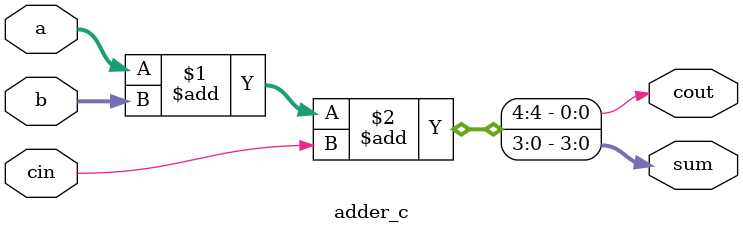
<source format=v>
`timescale 1ns / 1ps

module adder_c #(parameter SIZE = 4)
(
   	input [SIZE-1:0] a, b,
    output [SIZE-1:0] sum,
    input cin,
    output cout
);

  	assign {cout,sum} = a+b+cin;
  	
endmodule
</source>
